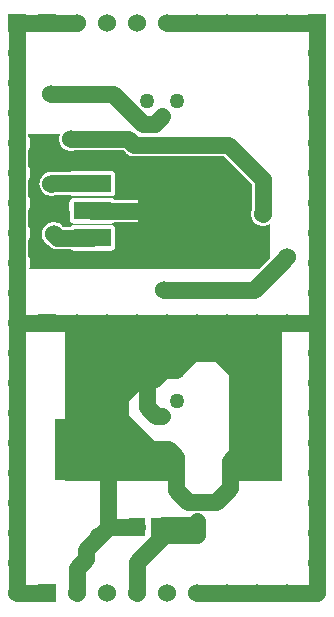
<source format=gbl>
G04 start of page 3 for group 1 idx 1 *
G04 Title: (unknown), solder *
G04 Creator: pcb 20140316 *
G04 CreationDate: Mon 16 Nov 2015 12:26:51 PM GMT UTC *
G04 For: fosse *
G04 Format: Gerber/RS-274X *
G04 PCB-Dimensions (mil): 1250.00 2150.00 *
G04 PCB-Coordinate-Origin: lower left *
%MOIN*%
%FSLAX25Y25*%
%LNBOTTOM*%
%ADD37C,0.0225*%
%ADD36C,0.0380*%
%ADD35C,0.0350*%
%ADD34C,0.0200*%
%ADD33C,0.0360*%
%ADD32R,0.1220X0.1220*%
%ADD31R,0.0560X0.0560*%
%ADD30R,0.0512X0.0512*%
%ADD29R,0.0850X0.0850*%
%ADD28C,0.0500*%
%ADD27C,0.0600*%
%ADD26C,0.0550*%
%ADD25C,0.0001*%
G54D25*G36*
X51000Y157000D02*X68500D01*
Y129500D01*
X51000D01*
Y157000D01*
G37*
G36*
X47800Y161645D02*X48338Y161423D01*
X48912Y161285D01*
X49500Y161238D01*
X49647Y161250D01*
X79447D01*
X88750Y151947D01*
Y143399D01*
X88684Y143240D01*
X88537Y142628D01*
X88488Y142000D01*
X88537Y141372D01*
X88684Y140760D01*
X88925Y140178D01*
X89254Y139642D01*
X89663Y139163D01*
X90142Y138754D01*
X90678Y138425D01*
X91260Y138184D01*
X91872Y138037D01*
X92500Y137988D01*
X93128Y138037D01*
X93740Y138184D01*
X94322Y138425D01*
X94858Y138754D01*
X95000Y138875D01*
Y127303D01*
X91197Y123500D01*
X47800D01*
Y139250D01*
X52409D01*
X52414Y132165D01*
X52469Y131935D01*
X52559Y131717D01*
X52683Y131516D01*
X52836Y131336D01*
X53016Y131183D01*
X53217Y131059D01*
X53435Y130969D01*
X53665Y130914D01*
X53900Y130900D01*
X66335Y130914D01*
X66565Y130969D01*
X66783Y131059D01*
X66984Y131183D01*
X67164Y131336D01*
X67317Y131516D01*
X67441Y131717D01*
X67531Y131935D01*
X67586Y132165D01*
X67600Y132400D01*
X67586Y153835D01*
X67531Y154065D01*
X67441Y154283D01*
X67317Y154484D01*
X67164Y154664D01*
X66984Y154817D01*
X66783Y154941D01*
X66565Y155031D01*
X66335Y155086D01*
X66100Y155100D01*
X53665Y155086D01*
X53435Y155031D01*
X53217Y154941D01*
X53016Y154817D01*
X52836Y154664D01*
X52683Y154484D01*
X52559Y154283D01*
X52469Y154065D01*
X52414Y153835D01*
X52400Y153600D01*
X52404Y146750D01*
X47800D01*
Y161645D01*
G37*
G36*
X30594Y138701D02*X41935Y138714D01*
X42165Y138769D01*
X42383Y138859D01*
X42584Y138983D01*
X42764Y139136D01*
X42861Y139250D01*
X47800D01*
Y123500D01*
X30594D01*
Y129701D01*
X41935Y129714D01*
X42165Y129769D01*
X42383Y129859D01*
X42584Y129983D01*
X42764Y130136D01*
X42917Y130316D01*
X43041Y130517D01*
X43131Y130735D01*
X43186Y130965D01*
X43200Y131200D01*
X43186Y137035D01*
X43131Y137265D01*
X43041Y137483D01*
X42917Y137684D01*
X42764Y137864D01*
X42584Y138017D01*
X42383Y138141D01*
X42165Y138231D01*
X41935Y138286D01*
X41700Y138300D01*
X30594Y138288D01*
Y138701D01*
G37*
G36*
Y163250D02*X45947D01*
X46744Y162452D01*
X46840Y162340D01*
X47289Y161957D01*
X47289Y161957D01*
X47792Y161648D01*
X47800Y161645D01*
Y146750D01*
X42861D01*
X42764Y146864D01*
X42584Y147017D01*
X42383Y147141D01*
X42165Y147231D01*
X41935Y147286D01*
X41700Y147300D01*
X30594Y147288D01*
Y147801D01*
X41935Y147814D01*
X42165Y147869D01*
X42383Y147959D01*
X42584Y148083D01*
X42764Y148236D01*
X42917Y148416D01*
X43041Y148617D01*
X43131Y148835D01*
X43186Y149065D01*
X43200Y149300D01*
X43186Y155135D01*
X43131Y155365D01*
X43041Y155583D01*
X42917Y155784D01*
X42764Y155964D01*
X42584Y156117D01*
X42383Y156241D01*
X42165Y156331D01*
X41935Y156386D01*
X41700Y156400D01*
X30594Y156388D01*
Y163250D01*
G37*
G36*
X14250Y168500D02*X24792D01*
X24684Y168240D01*
X24537Y167628D01*
X24488Y167000D01*
X24537Y166372D01*
X24684Y165760D01*
X24925Y165178D01*
X25254Y164642D01*
X25663Y164163D01*
X26142Y163754D01*
X26678Y163425D01*
X27260Y163184D01*
X27872Y163037D01*
X28500Y162988D01*
X29128Y163037D01*
X29740Y163184D01*
X29899Y163250D01*
X30594D01*
Y156388D01*
X29265Y156386D01*
X29035Y156331D01*
X28817Y156241D01*
X28616Y156117D01*
X28436Y155964D01*
X28339Y155850D01*
X23098D01*
X22628Y155963D01*
X22000Y156012D01*
X21372Y155963D01*
X20760Y155816D01*
X20178Y155575D01*
X19642Y155246D01*
X19163Y154837D01*
X18754Y154358D01*
X18425Y153822D01*
X18184Y153240D01*
X18037Y152628D01*
X17988Y152000D01*
X18037Y151372D01*
X18184Y150760D01*
X18425Y150178D01*
X18754Y149642D01*
X19163Y149163D01*
X19642Y148754D01*
X20178Y148425D01*
X20760Y148184D01*
X21372Y148037D01*
X22000Y147988D01*
X22628Y148037D01*
X23240Y148184D01*
X23641Y148350D01*
X28339D01*
X28436Y148236D01*
X28616Y148083D01*
X28817Y147959D01*
X29035Y147869D01*
X29265Y147814D01*
X29500Y147800D01*
X30594Y147801D01*
Y147288D01*
X29265Y147286D01*
X29035Y147231D01*
X28817Y147141D01*
X28616Y147017D01*
X28436Y146864D01*
X28283Y146684D01*
X28159Y146483D01*
X28069Y146265D01*
X28014Y146035D01*
X28000Y145800D01*
X28014Y139965D01*
X28069Y139735D01*
X28159Y139517D01*
X28283Y139316D01*
X28436Y139136D01*
X28616Y138983D01*
X28817Y138859D01*
X29035Y138769D01*
X29265Y138714D01*
X29500Y138700D01*
X30594Y138701D01*
Y138288D01*
X29265Y138286D01*
X29035Y138231D01*
X28817Y138141D01*
X28616Y138017D01*
X28436Y137864D01*
X28339Y137750D01*
X25875D01*
X25587Y138087D01*
X25108Y138496D01*
X24572Y138825D01*
X23990Y139066D01*
X23378Y139213D01*
X22750Y139262D01*
X22122Y139213D01*
X21510Y139066D01*
X20928Y138825D01*
X20392Y138496D01*
X19913Y138087D01*
X19504Y137608D01*
X19175Y137072D01*
X18934Y136490D01*
X18787Y135878D01*
X18738Y135250D01*
X18787Y134622D01*
X18934Y134010D01*
X19175Y133428D01*
X19504Y132892D01*
X19913Y132413D01*
X20392Y132004D01*
X20928Y131675D01*
X21088Y131609D01*
X21244Y131452D01*
X21340Y131340D01*
X21789Y130957D01*
X21789Y130957D01*
X22292Y130648D01*
X22838Y130423D01*
X23412Y130285D01*
X24000Y130238D01*
X24147Y130250D01*
X28339D01*
X28436Y130136D01*
X28616Y129983D01*
X28817Y129859D01*
X29035Y129769D01*
X29265Y129714D01*
X29500Y129700D01*
X30594Y129701D01*
Y123500D01*
X14542D01*
X14793Y124105D01*
X14958Y124794D01*
X15000Y125500D01*
X14958Y126206D01*
X14793Y126895D01*
X14522Y127549D01*
X14250Y127993D01*
Y133007D01*
X14522Y133451D01*
X14793Y134105D01*
X14958Y134794D01*
X15000Y135500D01*
X14958Y136206D01*
X14793Y136895D01*
X14522Y137549D01*
X14250Y137993D01*
Y143007D01*
X14522Y143451D01*
X14793Y144105D01*
X14958Y144794D01*
X15000Y145500D01*
X14958Y146206D01*
X14793Y146895D01*
X14522Y147549D01*
X14250Y147993D01*
Y153007D01*
X14522Y153451D01*
X14793Y154105D01*
X14958Y154794D01*
X15000Y155500D01*
X14958Y156206D01*
X14793Y156895D01*
X14522Y157549D01*
X14250Y157993D01*
Y163007D01*
X14522Y163451D01*
X14793Y164105D01*
X14958Y164794D01*
X15000Y165500D01*
X14958Y166206D01*
X14793Y166895D01*
X14522Y167549D01*
X14250Y167993D01*
Y168500D01*
G37*
G36*
X26500Y53000D02*Y105500D01*
X99000D01*
Y53000D01*
X82500D01*
Y62000D01*
X83500Y63000D01*
Y89500D01*
X78000Y95000D01*
X69000D01*
X64000Y90000D01*
X59000D01*
X55000Y86000D01*
X49500D01*
X45500Y82000D01*
Y73500D01*
X57000Y62000D01*
X63500D01*
Y53000D01*
X26500D01*
G37*
G54D26*X110500Y15500D02*X70500D01*
Y39500D02*Y35000D01*
X70000Y38250D02*X59250D01*
X70500Y35000D02*X60250D01*
X110500Y205500D02*X60500D01*
X28500Y167000D02*X47500D01*
X49500Y165000D02*X81000D01*
X47500Y167000D02*X49500Y165000D01*
X42500Y182000D02*X52250Y172250D01*
X59000Y174500D02*X56500Y172000D01*
X52500D01*
X52000Y172500D01*
X22000Y182000D02*X42500D01*
X30500Y205500D02*X10500D01*
X35600Y143000D02*X60000D01*
X35600Y152100D02*X22100D01*
X22000Y152000D01*
X35600Y134000D02*X24000D01*
X22750Y135250D01*
X10500Y105500D02*X110500D01*
X92500Y142000D02*Y153500D01*
X81000Y165000D01*
X59500Y116500D02*X89500D01*
X100000Y127000D01*
X110500Y15500D02*Y205500D01*
X63500Y50000D02*X67500Y46000D01*
X84000Y62000D02*Y105500D01*
X67500Y46000D02*X77000D01*
X44750Y73750D02*Y105250D01*
X50500Y37500D02*X41000D01*
X33500Y30000D02*X41000Y37500D01*
Y55500D01*
X44750Y105250D02*X45000Y105500D01*
X59000Y74500D02*X57000D01*
X54000Y77500D01*
Y105500D01*
X10500Y15500D02*Y205500D01*
X33500Y27000D02*Y30000D01*
X30500Y15500D02*Y24000D01*
X33500Y27000D01*
X20500Y15500D02*X10500D01*
X69000Y95500D02*X63500Y90000D01*
X59500D01*
X56000Y86500D01*
X50500D01*
X44750Y80750D01*
Y73750D02*X55000Y63500D01*
X61000D01*
X63500Y61000D01*
X50500Y15500D02*Y26000D01*
X59500Y35000D01*
X60250D02*X59000Y36250D01*
X77000Y46000D02*X81500Y50500D01*
Y59500D01*
X84000Y62000D01*
Y89500D02*X78000Y95500D01*
X69000D01*
X63500Y61000D02*Y50000D01*
G54D27*X110500Y125500D03*
Y115500D03*
Y105500D03*
Y95500D03*
Y85500D03*
X90500Y105500D03*
X100500D03*
X110500Y175500D03*
Y165500D03*
Y155500D03*
Y145500D03*
G54D25*G36*
X107500Y208500D02*Y202500D01*
X113500D01*
Y208500D01*
X107500D01*
G37*
G54D27*X110500Y195500D03*
Y185500D03*
Y135500D03*
X90500Y205500D03*
X100500D03*
X110500Y75500D03*
Y65500D03*
Y55500D03*
Y45500D03*
Y35500D03*
Y25500D03*
Y15500D03*
X80500D03*
X90500D03*
X100500D03*
G54D25*G36*
X17500Y18500D02*Y12500D01*
X23500D01*
Y18500D01*
X17500D01*
G37*
G54D27*X30500Y15500D03*
X40500D03*
X50500D03*
X60500D03*
X70500D03*
X10500Y25500D03*
Y15500D03*
G54D25*G36*
X17500Y108500D02*Y102500D01*
X23500D01*
Y108500D01*
X17500D01*
G37*
G54D27*X30500Y105500D03*
X60500D03*
X70500D03*
X80500D03*
G54D28*X54000Y79500D03*
X64000D03*
X59000Y74500D03*
G54D27*X10500Y145500D03*
Y135500D03*
Y125500D03*
Y115500D03*
Y105500D03*
Y95500D03*
Y85500D03*
Y75500D03*
Y65500D03*
Y55500D03*
Y45500D03*
Y35500D03*
X40500Y105500D03*
Y205500D03*
X50500Y105500D03*
G54D25*G36*
X17500Y208500D02*Y202500D01*
X23500D01*
Y208500D01*
X17500D01*
G37*
G54D27*X30500Y205500D03*
G54D25*G36*
X7500Y208500D02*Y202500D01*
X13500D01*
Y208500D01*
X7500D01*
G37*
G54D27*X10500Y195500D03*
Y185500D03*
Y175500D03*
Y165500D03*
Y155500D03*
X50500Y205500D03*
X60500D03*
X70500D03*
X80500D03*
G54D28*X54000Y179500D03*
X64000D03*
X59000Y174500D03*
G54D26*X63500Y50000D02*X67500Y46000D01*
X77000D01*
X61000Y63500D02*X63500Y61000D01*
G54D29*X27500Y69500D02*Y57500D01*
Y69500D02*Y57500D01*
Y69500D02*Y57500D01*
G54D26*X63500Y61000D02*Y50000D01*
G54D30*X57586Y37893D02*Y37107D01*
X50500Y37893D02*Y37107D01*
G54D26*X77000Y46000D02*X81500Y50500D01*
Y59500D02*Y50500D01*
Y59500D02*X84000Y62000D01*
Y105500D02*Y62000D01*
X78000Y95500D02*X84000Y89500D01*
X69000Y95500D02*X78000D01*
X63500Y90000D02*X69000Y95500D01*
X59500Y90000D02*X63500D01*
X56000Y86500D02*X59500Y90000D01*
X57000Y74500D02*X59000D01*
X50500Y86500D02*X56000D01*
X44750Y80750D02*X50500Y86500D01*
X44750Y105250D02*Y73750D01*
X55000Y63500D01*
X61000D01*
X54000Y77500D02*X57000Y74500D01*
X54000Y105500D02*Y77500D01*
G54D31*X32300Y134000D02*X38900D01*
X32300Y143000D02*X38900D01*
X32300Y152100D02*X38900D01*
G54D32*X60000Y147500D02*Y138500D01*
G54D33*X56000Y147500D03*
X60000D03*
X64000D03*
Y143500D03*
X60000D03*
X56000D03*
X64000Y151500D03*
X60000D03*
X56000D03*
G54D27*X22000Y152000D03*
Y182000D03*
X28500Y167000D03*
G54D33*X56000Y139500D03*
Y135500D03*
X60000Y139500D03*
Y135500D03*
G54D27*X59500Y116500D03*
G54D33*X70500Y39500D03*
Y35000D03*
G54D27*X38000Y34500D03*
G54D33*X64000Y139500D03*
G54D27*X100500Y127500D03*
X92500Y142000D03*
G54D33*X64000Y135500D03*
G54D27*X22750Y135250D03*
G54D34*G54D35*G54D34*G54D35*G54D34*G54D35*G54D34*G54D35*G54D34*G54D35*G54D36*G54D37*G54D36*G54D37*M02*

</source>
